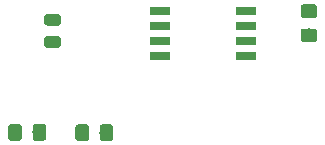
<source format=gbr>
G04 #@! TF.GenerationSoftware,KiCad,Pcbnew,(5.1.2)-1*
G04 #@! TF.CreationDate,2019-09-14T09:46:05-05:00*
G04 #@! TF.ProjectId,attiny-devboard,61747469-6e79-42d6-9465-76626f617264,rev?*
G04 #@! TF.SameCoordinates,Original*
G04 #@! TF.FileFunction,Paste,Top*
G04 #@! TF.FilePolarity,Positive*
%FSLAX46Y46*%
G04 Gerber Fmt 4.6, Leading zero omitted, Abs format (unit mm)*
G04 Created by KiCad (PCBNEW (5.1.2)-1) date 2019-09-14 09:46:05*
%MOMM*%
%LPD*%
G04 APERTURE LIST*
%ADD10C,0.100000*%
%ADD11C,1.150000*%
%ADD12R,1.700000X0.650000*%
%ADD13C,0.975000*%
G04 APERTURE END LIST*
D10*
G36*
X144543305Y-82453504D02*
G01*
X144567573Y-82457104D01*
X144591372Y-82463065D01*
X144614471Y-82471330D01*
X144636650Y-82481820D01*
X144657693Y-82494432D01*
X144677399Y-82509047D01*
X144695577Y-82525523D01*
X144712053Y-82543701D01*
X144726668Y-82563407D01*
X144739280Y-82584450D01*
X144749770Y-82606629D01*
X144758035Y-82629728D01*
X144763996Y-82653527D01*
X144767596Y-82677795D01*
X144768800Y-82702299D01*
X144768800Y-83352301D01*
X144767596Y-83376805D01*
X144763996Y-83401073D01*
X144758035Y-83424872D01*
X144749770Y-83447971D01*
X144739280Y-83470150D01*
X144726668Y-83491193D01*
X144712053Y-83510899D01*
X144695577Y-83529077D01*
X144677399Y-83545553D01*
X144657693Y-83560168D01*
X144636650Y-83572780D01*
X144614471Y-83583270D01*
X144591372Y-83591535D01*
X144567573Y-83597496D01*
X144543305Y-83601096D01*
X144518801Y-83602300D01*
X143618799Y-83602300D01*
X143594295Y-83601096D01*
X143570027Y-83597496D01*
X143546228Y-83591535D01*
X143523129Y-83583270D01*
X143500950Y-83572780D01*
X143479907Y-83560168D01*
X143460201Y-83545553D01*
X143442023Y-83529077D01*
X143425547Y-83510899D01*
X143410932Y-83491193D01*
X143398320Y-83470150D01*
X143387830Y-83447971D01*
X143379565Y-83424872D01*
X143373604Y-83401073D01*
X143370004Y-83376805D01*
X143368800Y-83352301D01*
X143368800Y-82702299D01*
X143370004Y-82677795D01*
X143373604Y-82653527D01*
X143379565Y-82629728D01*
X143387830Y-82606629D01*
X143398320Y-82584450D01*
X143410932Y-82563407D01*
X143425547Y-82543701D01*
X143442023Y-82525523D01*
X143460201Y-82509047D01*
X143479907Y-82494432D01*
X143500950Y-82481820D01*
X143523129Y-82471330D01*
X143546228Y-82463065D01*
X143570027Y-82457104D01*
X143594295Y-82453504D01*
X143618799Y-82452300D01*
X144518801Y-82452300D01*
X144543305Y-82453504D01*
X144543305Y-82453504D01*
G37*
D11*
X144068800Y-83027300D03*
D10*
G36*
X144543305Y-84503504D02*
G01*
X144567573Y-84507104D01*
X144591372Y-84513065D01*
X144614471Y-84521330D01*
X144636650Y-84531820D01*
X144657693Y-84544432D01*
X144677399Y-84559047D01*
X144695577Y-84575523D01*
X144712053Y-84593701D01*
X144726668Y-84613407D01*
X144739280Y-84634450D01*
X144749770Y-84656629D01*
X144758035Y-84679728D01*
X144763996Y-84703527D01*
X144767596Y-84727795D01*
X144768800Y-84752299D01*
X144768800Y-85402301D01*
X144767596Y-85426805D01*
X144763996Y-85451073D01*
X144758035Y-85474872D01*
X144749770Y-85497971D01*
X144739280Y-85520150D01*
X144726668Y-85541193D01*
X144712053Y-85560899D01*
X144695577Y-85579077D01*
X144677399Y-85595553D01*
X144657693Y-85610168D01*
X144636650Y-85622780D01*
X144614471Y-85633270D01*
X144591372Y-85641535D01*
X144567573Y-85647496D01*
X144543305Y-85651096D01*
X144518801Y-85652300D01*
X143618799Y-85652300D01*
X143594295Y-85651096D01*
X143570027Y-85647496D01*
X143546228Y-85641535D01*
X143523129Y-85633270D01*
X143500950Y-85622780D01*
X143479907Y-85610168D01*
X143460201Y-85595553D01*
X143442023Y-85579077D01*
X143425547Y-85560899D01*
X143410932Y-85541193D01*
X143398320Y-85520150D01*
X143387830Y-85497971D01*
X143379565Y-85474872D01*
X143373604Y-85451073D01*
X143370004Y-85426805D01*
X143368800Y-85402301D01*
X143368800Y-84752299D01*
X143370004Y-84727795D01*
X143373604Y-84703527D01*
X143379565Y-84679728D01*
X143387830Y-84656629D01*
X143398320Y-84634450D01*
X143410932Y-84613407D01*
X143425547Y-84593701D01*
X143442023Y-84575523D01*
X143460201Y-84559047D01*
X143479907Y-84544432D01*
X143500950Y-84531820D01*
X143523129Y-84521330D01*
X143546228Y-84513065D01*
X143570027Y-84507104D01*
X143594295Y-84503504D01*
X143618799Y-84502300D01*
X144518801Y-84502300D01*
X144543305Y-84503504D01*
X144543305Y-84503504D01*
G37*
D11*
X144068800Y-85077300D03*
D10*
G36*
X127265905Y-92620804D02*
G01*
X127290173Y-92624404D01*
X127313972Y-92630365D01*
X127337071Y-92638630D01*
X127359250Y-92649120D01*
X127380293Y-92661732D01*
X127399999Y-92676347D01*
X127418177Y-92692823D01*
X127434653Y-92711001D01*
X127449268Y-92730707D01*
X127461880Y-92751750D01*
X127472370Y-92773929D01*
X127480635Y-92797028D01*
X127486596Y-92820827D01*
X127490196Y-92845095D01*
X127491400Y-92869599D01*
X127491400Y-93769601D01*
X127490196Y-93794105D01*
X127486596Y-93818373D01*
X127480635Y-93842172D01*
X127472370Y-93865271D01*
X127461880Y-93887450D01*
X127449268Y-93908493D01*
X127434653Y-93928199D01*
X127418177Y-93946377D01*
X127399999Y-93962853D01*
X127380293Y-93977468D01*
X127359250Y-93990080D01*
X127337071Y-94000570D01*
X127313972Y-94008835D01*
X127290173Y-94014796D01*
X127265905Y-94018396D01*
X127241401Y-94019600D01*
X126591399Y-94019600D01*
X126566895Y-94018396D01*
X126542627Y-94014796D01*
X126518828Y-94008835D01*
X126495729Y-94000570D01*
X126473550Y-93990080D01*
X126452507Y-93977468D01*
X126432801Y-93962853D01*
X126414623Y-93946377D01*
X126398147Y-93928199D01*
X126383532Y-93908493D01*
X126370920Y-93887450D01*
X126360430Y-93865271D01*
X126352165Y-93842172D01*
X126346204Y-93818373D01*
X126342604Y-93794105D01*
X126341400Y-93769601D01*
X126341400Y-92869599D01*
X126342604Y-92845095D01*
X126346204Y-92820827D01*
X126352165Y-92797028D01*
X126360430Y-92773929D01*
X126370920Y-92751750D01*
X126383532Y-92730707D01*
X126398147Y-92711001D01*
X126414623Y-92692823D01*
X126432801Y-92676347D01*
X126452507Y-92661732D01*
X126473550Y-92649120D01*
X126495729Y-92638630D01*
X126518828Y-92630365D01*
X126542627Y-92624404D01*
X126566895Y-92620804D01*
X126591399Y-92619600D01*
X127241401Y-92619600D01*
X127265905Y-92620804D01*
X127265905Y-92620804D01*
G37*
D11*
X126916400Y-93319600D03*
D10*
G36*
X125215905Y-92620804D02*
G01*
X125240173Y-92624404D01*
X125263972Y-92630365D01*
X125287071Y-92638630D01*
X125309250Y-92649120D01*
X125330293Y-92661732D01*
X125349999Y-92676347D01*
X125368177Y-92692823D01*
X125384653Y-92711001D01*
X125399268Y-92730707D01*
X125411880Y-92751750D01*
X125422370Y-92773929D01*
X125430635Y-92797028D01*
X125436596Y-92820827D01*
X125440196Y-92845095D01*
X125441400Y-92869599D01*
X125441400Y-93769601D01*
X125440196Y-93794105D01*
X125436596Y-93818373D01*
X125430635Y-93842172D01*
X125422370Y-93865271D01*
X125411880Y-93887450D01*
X125399268Y-93908493D01*
X125384653Y-93928199D01*
X125368177Y-93946377D01*
X125349999Y-93962853D01*
X125330293Y-93977468D01*
X125309250Y-93990080D01*
X125287071Y-94000570D01*
X125263972Y-94008835D01*
X125240173Y-94014796D01*
X125215905Y-94018396D01*
X125191401Y-94019600D01*
X124541399Y-94019600D01*
X124516895Y-94018396D01*
X124492627Y-94014796D01*
X124468828Y-94008835D01*
X124445729Y-94000570D01*
X124423550Y-93990080D01*
X124402507Y-93977468D01*
X124382801Y-93962853D01*
X124364623Y-93946377D01*
X124348147Y-93928199D01*
X124333532Y-93908493D01*
X124320920Y-93887450D01*
X124310430Y-93865271D01*
X124302165Y-93842172D01*
X124296204Y-93818373D01*
X124292604Y-93794105D01*
X124291400Y-93769601D01*
X124291400Y-92869599D01*
X124292604Y-92845095D01*
X124296204Y-92820827D01*
X124302165Y-92797028D01*
X124310430Y-92773929D01*
X124320920Y-92751750D01*
X124333532Y-92730707D01*
X124348147Y-92711001D01*
X124364623Y-92692823D01*
X124382801Y-92676347D01*
X124402507Y-92661732D01*
X124423550Y-92649120D01*
X124445729Y-92638630D01*
X124468828Y-92630365D01*
X124492627Y-92624404D01*
X124516895Y-92620804D01*
X124541399Y-92619600D01*
X125191401Y-92619600D01*
X125215905Y-92620804D01*
X125215905Y-92620804D01*
G37*
D11*
X124866400Y-93319600D03*
D10*
G36*
X121596405Y-92595404D02*
G01*
X121620673Y-92599004D01*
X121644472Y-92604965D01*
X121667571Y-92613230D01*
X121689750Y-92623720D01*
X121710793Y-92636332D01*
X121730499Y-92650947D01*
X121748677Y-92667423D01*
X121765153Y-92685601D01*
X121779768Y-92705307D01*
X121792380Y-92726350D01*
X121802870Y-92748529D01*
X121811135Y-92771628D01*
X121817096Y-92795427D01*
X121820696Y-92819695D01*
X121821900Y-92844199D01*
X121821900Y-93744201D01*
X121820696Y-93768705D01*
X121817096Y-93792973D01*
X121811135Y-93816772D01*
X121802870Y-93839871D01*
X121792380Y-93862050D01*
X121779768Y-93883093D01*
X121765153Y-93902799D01*
X121748677Y-93920977D01*
X121730499Y-93937453D01*
X121710793Y-93952068D01*
X121689750Y-93964680D01*
X121667571Y-93975170D01*
X121644472Y-93983435D01*
X121620673Y-93989396D01*
X121596405Y-93992996D01*
X121571901Y-93994200D01*
X120921899Y-93994200D01*
X120897395Y-93992996D01*
X120873127Y-93989396D01*
X120849328Y-93983435D01*
X120826229Y-93975170D01*
X120804050Y-93964680D01*
X120783007Y-93952068D01*
X120763301Y-93937453D01*
X120745123Y-93920977D01*
X120728647Y-93902799D01*
X120714032Y-93883093D01*
X120701420Y-93862050D01*
X120690930Y-93839871D01*
X120682665Y-93816772D01*
X120676704Y-93792973D01*
X120673104Y-93768705D01*
X120671900Y-93744201D01*
X120671900Y-92844199D01*
X120673104Y-92819695D01*
X120676704Y-92795427D01*
X120682665Y-92771628D01*
X120690930Y-92748529D01*
X120701420Y-92726350D01*
X120714032Y-92705307D01*
X120728647Y-92685601D01*
X120745123Y-92667423D01*
X120763301Y-92650947D01*
X120783007Y-92636332D01*
X120804050Y-92623720D01*
X120826229Y-92613230D01*
X120849328Y-92604965D01*
X120873127Y-92599004D01*
X120897395Y-92595404D01*
X120921899Y-92594200D01*
X121571901Y-92594200D01*
X121596405Y-92595404D01*
X121596405Y-92595404D01*
G37*
D11*
X121246900Y-93294200D03*
D10*
G36*
X119546405Y-92595404D02*
G01*
X119570673Y-92599004D01*
X119594472Y-92604965D01*
X119617571Y-92613230D01*
X119639750Y-92623720D01*
X119660793Y-92636332D01*
X119680499Y-92650947D01*
X119698677Y-92667423D01*
X119715153Y-92685601D01*
X119729768Y-92705307D01*
X119742380Y-92726350D01*
X119752870Y-92748529D01*
X119761135Y-92771628D01*
X119767096Y-92795427D01*
X119770696Y-92819695D01*
X119771900Y-92844199D01*
X119771900Y-93744201D01*
X119770696Y-93768705D01*
X119767096Y-93792973D01*
X119761135Y-93816772D01*
X119752870Y-93839871D01*
X119742380Y-93862050D01*
X119729768Y-93883093D01*
X119715153Y-93902799D01*
X119698677Y-93920977D01*
X119680499Y-93937453D01*
X119660793Y-93952068D01*
X119639750Y-93964680D01*
X119617571Y-93975170D01*
X119594472Y-93983435D01*
X119570673Y-93989396D01*
X119546405Y-93992996D01*
X119521901Y-93994200D01*
X118871899Y-93994200D01*
X118847395Y-93992996D01*
X118823127Y-93989396D01*
X118799328Y-93983435D01*
X118776229Y-93975170D01*
X118754050Y-93964680D01*
X118733007Y-93952068D01*
X118713301Y-93937453D01*
X118695123Y-93920977D01*
X118678647Y-93902799D01*
X118664032Y-93883093D01*
X118651420Y-93862050D01*
X118640930Y-93839871D01*
X118632665Y-93816772D01*
X118626704Y-93792973D01*
X118623104Y-93768705D01*
X118621900Y-93744201D01*
X118621900Y-92844199D01*
X118623104Y-92819695D01*
X118626704Y-92795427D01*
X118632665Y-92771628D01*
X118640930Y-92748529D01*
X118651420Y-92726350D01*
X118664032Y-92705307D01*
X118678647Y-92685601D01*
X118695123Y-92667423D01*
X118713301Y-92650947D01*
X118733007Y-92636332D01*
X118754050Y-92623720D01*
X118776229Y-92613230D01*
X118799328Y-92604965D01*
X118823127Y-92599004D01*
X118847395Y-92595404D01*
X118871899Y-92594200D01*
X119521901Y-92594200D01*
X119546405Y-92595404D01*
X119546405Y-92595404D01*
G37*
D11*
X119196900Y-93294200D03*
D12*
X131427200Y-83045300D03*
X131427200Y-84315300D03*
X131427200Y-85585300D03*
X131427200Y-86855300D03*
X138727200Y-86855300D03*
X138727200Y-85585300D03*
X138727200Y-84315300D03*
X138727200Y-83045300D03*
D10*
G36*
X122852262Y-85150014D02*
G01*
X122875923Y-85153524D01*
X122899127Y-85159336D01*
X122921649Y-85167394D01*
X122943273Y-85177622D01*
X122963790Y-85189919D01*
X122983003Y-85204169D01*
X123000727Y-85220233D01*
X123016791Y-85237957D01*
X123031041Y-85257170D01*
X123043338Y-85277687D01*
X123053566Y-85299311D01*
X123061624Y-85321833D01*
X123067436Y-85345037D01*
X123070946Y-85368698D01*
X123072120Y-85392590D01*
X123072120Y-85880090D01*
X123070946Y-85903982D01*
X123067436Y-85927643D01*
X123061624Y-85950847D01*
X123053566Y-85973369D01*
X123043338Y-85994993D01*
X123031041Y-86015510D01*
X123016791Y-86034723D01*
X123000727Y-86052447D01*
X122983003Y-86068511D01*
X122963790Y-86082761D01*
X122943273Y-86095058D01*
X122921649Y-86105286D01*
X122899127Y-86113344D01*
X122875923Y-86119156D01*
X122852262Y-86122666D01*
X122828370Y-86123840D01*
X121915870Y-86123840D01*
X121891978Y-86122666D01*
X121868317Y-86119156D01*
X121845113Y-86113344D01*
X121822591Y-86105286D01*
X121800967Y-86095058D01*
X121780450Y-86082761D01*
X121761237Y-86068511D01*
X121743513Y-86052447D01*
X121727449Y-86034723D01*
X121713199Y-86015510D01*
X121700902Y-85994993D01*
X121690674Y-85973369D01*
X121682616Y-85950847D01*
X121676804Y-85927643D01*
X121673294Y-85903982D01*
X121672120Y-85880090D01*
X121672120Y-85392590D01*
X121673294Y-85368698D01*
X121676804Y-85345037D01*
X121682616Y-85321833D01*
X121690674Y-85299311D01*
X121700902Y-85277687D01*
X121713199Y-85257170D01*
X121727449Y-85237957D01*
X121743513Y-85220233D01*
X121761237Y-85204169D01*
X121780450Y-85189919D01*
X121800967Y-85177622D01*
X121822591Y-85167394D01*
X121845113Y-85159336D01*
X121868317Y-85153524D01*
X121891978Y-85150014D01*
X121915870Y-85148840D01*
X122828370Y-85148840D01*
X122852262Y-85150014D01*
X122852262Y-85150014D01*
G37*
D13*
X122372120Y-85636340D03*
D10*
G36*
X122852262Y-83275014D02*
G01*
X122875923Y-83278524D01*
X122899127Y-83284336D01*
X122921649Y-83292394D01*
X122943273Y-83302622D01*
X122963790Y-83314919D01*
X122983003Y-83329169D01*
X123000727Y-83345233D01*
X123016791Y-83362957D01*
X123031041Y-83382170D01*
X123043338Y-83402687D01*
X123053566Y-83424311D01*
X123061624Y-83446833D01*
X123067436Y-83470037D01*
X123070946Y-83493698D01*
X123072120Y-83517590D01*
X123072120Y-84005090D01*
X123070946Y-84028982D01*
X123067436Y-84052643D01*
X123061624Y-84075847D01*
X123053566Y-84098369D01*
X123043338Y-84119993D01*
X123031041Y-84140510D01*
X123016791Y-84159723D01*
X123000727Y-84177447D01*
X122983003Y-84193511D01*
X122963790Y-84207761D01*
X122943273Y-84220058D01*
X122921649Y-84230286D01*
X122899127Y-84238344D01*
X122875923Y-84244156D01*
X122852262Y-84247666D01*
X122828370Y-84248840D01*
X121915870Y-84248840D01*
X121891978Y-84247666D01*
X121868317Y-84244156D01*
X121845113Y-84238344D01*
X121822591Y-84230286D01*
X121800967Y-84220058D01*
X121780450Y-84207761D01*
X121761237Y-84193511D01*
X121743513Y-84177447D01*
X121727449Y-84159723D01*
X121713199Y-84140510D01*
X121700902Y-84119993D01*
X121690674Y-84098369D01*
X121682616Y-84075847D01*
X121676804Y-84052643D01*
X121673294Y-84028982D01*
X121672120Y-84005090D01*
X121672120Y-83517590D01*
X121673294Y-83493698D01*
X121676804Y-83470037D01*
X121682616Y-83446833D01*
X121690674Y-83424311D01*
X121700902Y-83402687D01*
X121713199Y-83382170D01*
X121727449Y-83362957D01*
X121743513Y-83345233D01*
X121761237Y-83329169D01*
X121780450Y-83314919D01*
X121800967Y-83302622D01*
X121822591Y-83292394D01*
X121845113Y-83284336D01*
X121868317Y-83278524D01*
X121891978Y-83275014D01*
X121915870Y-83273840D01*
X122828370Y-83273840D01*
X122852262Y-83275014D01*
X122852262Y-83275014D01*
G37*
D13*
X122372120Y-83761340D03*
M02*

</source>
